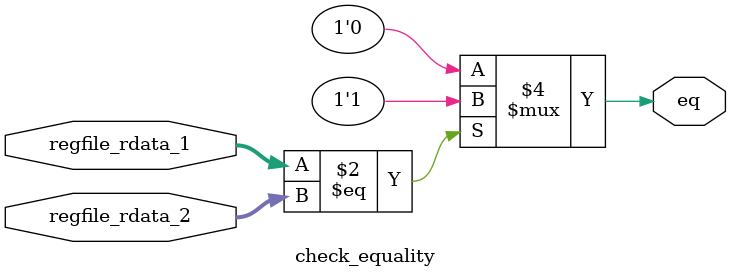
<source format=v>
module check_equality 
(
    input wire [63:0] regfile_rdata_1,
    input wire [63:0] regfile_rdata_2,
    
    output reg eq
);
    always@(*) begin
        if(regfile_rdata_1 == regfile_rdata_2) begin
            eq = 1'b1;
        end else begin
            eq = 1'b0;
        end
    end
endmodule
</source>
